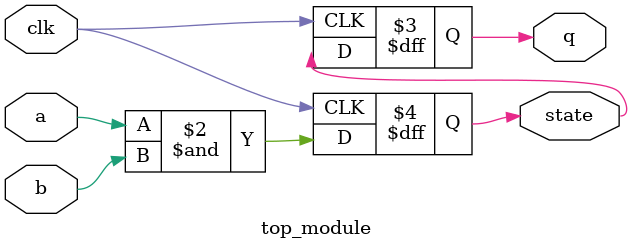
<source format=sv>
module top_module (
  input clk,
  input a,
  input b,
  output q,
  output state
);

  reg q;
  reg state;

  always @(posedge clk) begin
    state <= a & b;
    q <= state;
  end
endmodule

</source>
